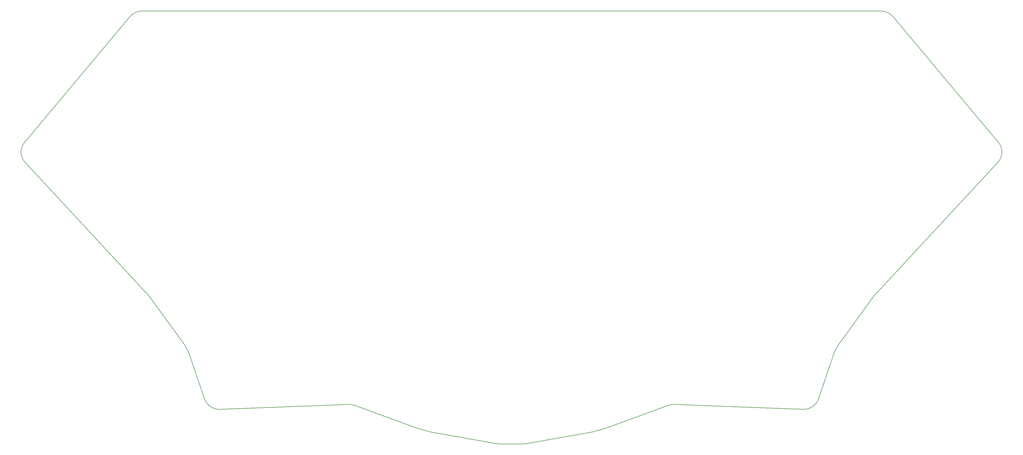
<source format=gbr>
%TF.GenerationSoftware,KiCad,Pcbnew,8.0.1*%
%TF.CreationDate,2024-05-19T15:41:32+09:00*%
%TF.ProjectId,bottom_plate,626f7474-6f6d-45f7-906c-6174652e6b69,v1.0.0*%
%TF.SameCoordinates,Original*%
%TF.FileFunction,Profile,NP*%
%FSLAX46Y46*%
G04 Gerber Fmt 4.6, Leading zero omitted, Abs format (unit mm)*
G04 Created by KiCad (PCBNEW 8.0.1) date 2024-05-19 15:41:32*
%MOMM*%
%LPD*%
G01*
G04 APERTURE LIST*
%TA.AperFunction,Profile*%
%ADD10C,0.150000*%
%TD*%
G04 APERTURE END LIST*
D10*
X22038247Y-158198014D02*
X56889715Y-116663652D01*
X60719937Y-114877590D02*
X304613810Y-114877590D01*
X308444032Y-116663652D02*
X343295500Y-158198014D01*
X343133079Y-164810075D02*
X302416007Y-208758496D01*
X302043849Y-209210649D02*
X290532430Y-224996846D01*
X290532430Y-224996846D02*
X289104709Y-227699472D01*
X289104709Y-227699472D02*
X283913357Y-242953614D01*
X278993319Y-246339241D02*
X236394377Y-244747980D01*
X234497635Y-245046032D02*
X213935477Y-252530045D01*
X213935477Y-252530045D02*
X209531982Y-253811011D01*
X209531982Y-253811011D02*
X187450074Y-257704647D01*
X186581833Y-257780608D02*
X178751914Y-257780608D01*
X177883673Y-257704647D02*
X155801765Y-253811011D01*
X155801765Y-253811011D02*
X151398270Y-252530045D01*
X151398270Y-252530045D02*
X130836112Y-245046032D01*
X128939370Y-244747980D02*
X86340428Y-246339241D01*
X81420390Y-242953614D02*
X76229038Y-227699472D01*
X76229038Y-227699472D02*
X74801317Y-224996846D01*
X74801317Y-224996846D02*
X63289898Y-209210649D01*
X62917740Y-208758496D02*
X22200668Y-164810075D01*
X56889716Y-116663653D02*
G75*
G02*
X60719937Y-114877591I3830221J-3213937D01*
G01*
X304613810Y-114877590D02*
G75*
G02*
X308444032Y-116663652I0J-5000000D01*
G01*
X343295501Y-158198014D02*
G75*
G02*
X343133079Y-164810075I-3830223J-3213938D01*
G01*
X302043850Y-209210649D02*
G75*
G02*
X302416008Y-208758496I4039958J-2945969D01*
G01*
X283913356Y-242953614D02*
G75*
G02*
X278993319Y-246339240I-4733395J1610888D01*
G01*
X234497635Y-245046033D02*
G75*
G02*
X236394377Y-244747981I1710100J-4698462D01*
G01*
X187450074Y-257704647D02*
G75*
G02*
X186581833Y-257780608I-868241J4924039D01*
G01*
X178751914Y-257780608D02*
G75*
G02*
X177883673Y-257704647I0J5000000D01*
G01*
X128939370Y-244747981D02*
G75*
G02*
X130836112Y-245046033I186642J-4996514D01*
G01*
X86340428Y-246339240D02*
G75*
G02*
X81420391Y-242953614I-186642J4996514D01*
G01*
X62917741Y-208758496D02*
G75*
G02*
X63289898Y-209210649I-3667802J-3398122D01*
G01*
X22200669Y-164810074D02*
G75*
G02*
X22038248Y-158198015I3667800J3398122D01*
G01*
M02*

</source>
